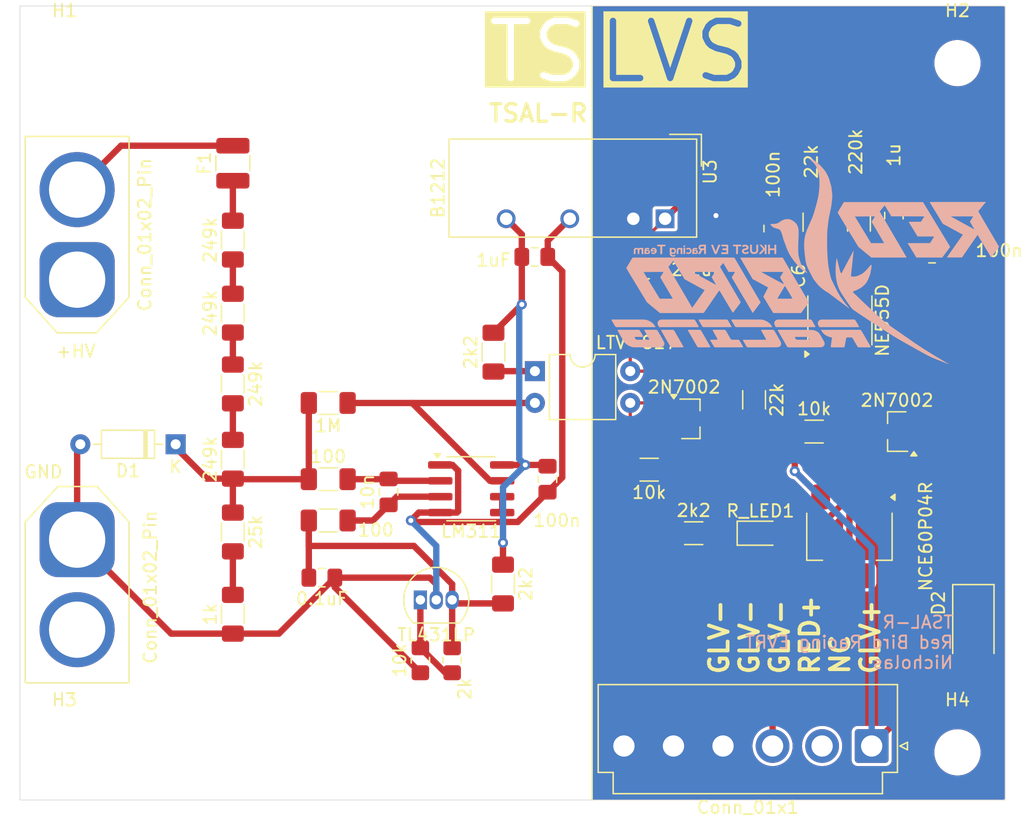
<source format=kicad_pcb>
(kicad_pcb (version 20240108) (generator "pcbnew") (generator_version "8.0")
  (layers (0 "F.Cu" signal) (31 "B.Cu" signal) (34 "B.Paste" user) (35 "F.Paste" user) (36 "B.SilkS" user "B.Silkscreen") (37 "F.SilkS" user "F.Silkscreen") (38 "B.Mask" user) (39 "F.Mask" user) (44 "Edge.Cuts" user))
  (net 0 "")
  (net 1 "GND")
  (net 2 "+12V")
  (net 3 "VCC")
  (net 4 "GLV-")
  (net 5 "/Vref")
  (net 6 "GLV+")
  (net 7 "/RED+")
  (net 9 "/Vin")
  (net 10 "Net-(J1-Pin_2)")
  (net 11 "Net-(F1-Pad1)")
  (net 12 "Net-(LM1--)")
  (net 13 "Net-(LM1-BAL)")
  (net 14 "Net-(LM1-+)")
  (net 15 "Net-(LM1-Pad7)")
  (net 16 "Net-(NE555D1-THR)")
  (net 17 "Net-(NE555D1-Q)")
  (net 18 "Net-(NE555D1-R)")
  (net 19 "Net-(NE555D1-DIS)")
  (net 20 "Net-(NE555D1-CV)")
  (net 21 "Net-(U1-REF)")
  (net 22 "Net-(R_LED1-K)")
  (net 23 "Net-(U4-G)")
  (net 24 "Net-(R5-Pad2)")
  (net 25 "Net-(U5-D)")
  (net 26 "Net-(R6-Pad1)")
  (net 27 "Net-(R8-Pad1)")
  (net 28 "Net-(R3-Pad2)")
  (net 29 "Net-(R13-Pad2)")
  (net 31 "unconnected-(J2-Pin_2-Pad2)")
  (footprint "Resistor_SMD:R_0805_2012Metric_Pad1.20x1.40mm_HandSolder" (layer "F.Cu") (at 110.744 92.964 -90)
    (property "Reference" "R1")
    (property "Value" "2k" (at 2.286 -1.016 90) (layer "F.SilkS"))
    (pad "1" smd roundrect (at -1 0 270) (size 1.2 1.4) (layers "F.Cu" "F.Paste" "F.Mask") (roundrect_rratio 0.208333) (net 5 "/Vref"))
    (pad "2" smd roundrect (at 1 0 270) (size 1.2 1.4) (layers "F.Cu" "F.Paste" "F.Mask") (roundrect_rratio 0.208333) (net 21 "Net-(U1-REF)"))
  )
  (footprint "Connector_AMASS:AMASS_XT60-M_1x02_P7.20mm_Vertical" (layer "F.Cu") (at 80.772 83.32 -90)
    (property "Reference" "J2")
    (property "Value" "Conn_01x02_Pin" (at 3.802 -5.842 90) (layer "F.SilkS"))
    (pad "1" thru_hole roundrect (at 0 0 270) (size 6 6) (drill 4.5) (layers "*.Cu" "*.Mask") (net 1 "GND"))
    (pad "2" thru_hole circle (at 7.2 0 270) (size 6 6) (drill 4.5) (layers "*.Cu" "*.Mask") (net 31 "unconnected-(J2-Pin_2-Pad2)"))
  )
  (footprint "Package_SO:SOIC-8_3.9x4.9mm_P1.27mm" (layer "F.Cu") (at 112.268 79.248)
    (property "Reference" "LM1")
    (property "Value" "LM311" (at 0 3.4 0) (layer "F.SilkS"))
    (pad "1" smd roundrect (at -2.475 -1.905) (size 1.95 0.6) (layers "F.Cu" "F.Paste" "F.Mask") (net 1 "GND"))
    (pad "2" smd roundrect (at -2.475 -0.635) (size 1.95 0.6) (layers "F.Cu" "F.Paste" "F.Mask") (net 14 "Net-(LM1-+)"))
    (pad "3" smd roundrect (at -2.475 0.635) (size 1.95 0.6) (layers "F.Cu" "F.Paste" "F.Mask") (net 12 "Net-(LM1--)"))
    (pad "4" smd roundrect (at -2.475 1.905) (size 1.95 0.6) (layers "F.Cu" "F.Paste" "F.Mask") (net 1 "GND"))
    (pad "5" smd roundrect (at 2.475 1.905) (size 1.95 0.6) (layers "F.Cu" "F.Paste" "F.Mask") (net 13 "Net-(LM1-BAL)"))
    (pad "6" smd roundrect (at 2.475 0.635) (size 1.95 0.6) (layers "F.Cu" "F.Paste" "F.Mask") (net 13 "Net-(LM1-BAL)"))
    (pad "7" smd roundrect (at 2.475 -0.635) (size 1.95 0.6) (layers "F.Cu" "F.Paste" "F.Mask") (net 15 "Net-(LM1-Pad7)"))
    (pad "8" smd roundrect (at 2.475 -1.905) (size 1.95 0.6) (layers "F.Cu" "F.Paste" "F.Mask") (net 2 "+12V"))
  )
  (footprint "Resistor_SMD:R_1206_3216Metric_Pad1.30x1.75mm_HandSolder" (layer "F.Cu") (at 143.256 57.912 90)
    (property "Reference" "R17")
    (property "Value" "220k" (at 5.6095 -0.254 90) (layer "F.SilkS"))
    (pad "1" smd roundrect (at -1.55 0 90) (size 1.3 1.75) (layers "F.Cu" "F.Paste" "F.Mask") (roundrect_rratio 0.192308) (net 16 "Net-(NE555D1-THR)"))
    (pad "2" smd roundrect (at 1.55 0 90) (size 1.3 1.75) (layers "F.Cu" "F.Paste" "F.Mask") (roundrect_rratio 0.192308) (net 19 "Net-(NE555D1-DIS)"))
  )
  (footprint "Capacitor_SMD:C_0805_2012Metric_Pad1.18x1.45mm_HandSolder" (layer "F.Cu") (at 136.398 58.4415 -90)
    (property "Reference" "C6" (at 3.7885 -2.032 90) (layer "F.SilkS"))
    (property "Value" "100n" (at -4.3395 0 -90) (layer "F.SilkS"))
    (pad "1" smd roundrect (at -1.0375 0 270) (size 1.175 1.45) (layers "F.Cu" "F.Paste" "F.Mask") (roundrect_rratio 0.212766) (net 4 "GLV-"))
    (pad "2" smd roundrect (at 1.0375 0 270) (size 1.175 1.45) (layers "F.Cu" "F.Paste" "F.Mask") (roundrect_rratio 0.212766) (net 3 "VCC"))
  )
  (footprint "Capacitor_SMD:C_0805_2012Metric_Pad1.18x1.45mm_HandSolder" (layer "F.Cu") (at 146.05 57.404 -90)
    (property "Reference" "C8")
    (property "Value" "1u" (at -4.8475 0 -90) (layer "F.SilkS"))
    (pad "1" smd roundrect (at -1.0375 0 270) (size 1.175 1.45) (layers "F.Cu" "F.Paste" "F.Mask") (roundrect_rratio 0.212766) (net 4 "GLV-"))
    (pad "2" smd roundrect (at 1.0375 0 270) (size 1.175 1.45) (layers "F.Cu" "F.Paste" "F.Mask") (roundrect_rratio 0.212766) (net 16 "Net-(NE555D1-THR)"))
  )
  (footprint "Resistor_SMD:R_1206_3216Metric_Pad1.30x1.75mm_HandSolder" (layer "F.Cu") (at 93.218 59.364 -90)
    (property "Reference" "R3")
    (property "Value" "249k" (at 0 1.82 90) (layer "F.SilkS"))
    (pad "1" smd roundrect (at -1.55 0 270) (size 1.3 1.75) (layers "F.Cu" "F.Paste" "F.Mask") (roundrect_rratio 0.192308) (net 11 "Net-(F1-Pad1)"))
    (pad "2" smd roundrect (at 1.55 0 270) (size 1.3 1.75) (layers "F.Cu" "F.Paste" "F.Mask") (roundrect_rratio 0.192308) (net 28 "Net-(R3-Pad2)"))
  )
  (footprint "Package_TO_SOT_THT:TO-92_Inline" (layer "F.Cu") (at 108.204 88.138)
    (property "Reference" "U1")
    (property "Value" "TL431LP" (at 1.27 2.79 0) (layer "F.SilkS"))
    (pad "1" thru_hole rect (at 0 0) (size 1.05 1.5) (drill 0.75) (layers "*.Cu" "*.Mask") (net 21 "Net-(U1-REF)"))
    (pad "2" thru_hole oval (at 1.27 0) (size 1.05 1.5) (drill 0.75) (layers "*.Cu" "*.Mask") (net 1 "GND"))
    (pad "3" thru_hole oval (at 2.54 0) (size 1.05 1.5) (drill 0.75) (layers "*.Cu" "*.Mask") (net 5 "/Vref"))
  )
  (footprint "Resistor_SMD:R_1206_3216Metric_Pad1.30x1.75mm_HandSolder" (layer "F.Cu") (at 114.808 86.868 90)
    (property "Reference" "R4")
    (property "Value" "2k2" (at 0 1.82 -90) (layer "F.SilkS"))
    (pad "1" smd roundrect (at -1.55 0 90) (size 1.3 1.75) (layers "F.Cu" "F.Paste" "F.Mask") (roundrect_rratio 0.192308) (net 5 "/Vref"))
    (pad "2" smd roundrect (at 1.55 0 90) (size 1.3 1.75) (layers "F.Cu" "F.Paste" "F.Mask") (roundrect_rratio 0.192308) (net 2 "+12V"))
  )
  (footprint "Resistor_SMD:R_1206_3216Metric_Pad1.30x1.75mm_HandSolder" (layer "F.Cu") (at 93.218 70.866 90)
    (property "Reference" "R6")
    (property "Value" "249k" (at 0 1.82 -90) (layer "F.SilkS"))
    (pad "1" smd roundrect (at -1.55 0 90) (size 1.3 1.75) (layers "F.Cu" "F.Paste" "F.Mask") (roundrect_rratio 0.192308) (net 26 "Net-(R6-Pad1)"))
    (pad "2" smd roundrect (at 1.55 0 90) (size 1.3 1.75) (layers "F.Cu" "F.Paste" "F.Mask") (roundrect_rratio 0.192308) (net 24 "Net-(R5-Pad2)"))
  )
  (footprint "Resistor_SMD:R_1206_3216Metric_Pad1.30x1.75mm_HandSolder" (layer "F.Cu") (at 126.492 77.724)
    (property "Reference" "R14")
    (property "Value" "10k" (at 0 1.82 0) (layer "F.SilkS"))
    (pad "1" smd roundrect (at -1.55 0) (size 1.3 1.75) (layers "F.Cu" "F.Paste" "F.Mask") (roundrect_rratio 0.192308) (net 23 "Net-(U4-G)"))
    (pad "2" smd roundrect (at 1.55 0) (size 1.3 1.75) (layers "F.Cu" "F.Paste" "F.Mask") (roundrect_rratio 0.192308) (net 4 "GLV-"))
  )
  (footprint "Resistor_SMD:R_1206_3216Metric_Pad1.30x1.75mm_HandSolder" (layer "F.Cu") (at 100.838 78.486 180)
    (property "Reference" "R10")
    (property "Value" "100" (at 0 1.82 180) (layer "F.SilkS"))
    (pad "1" smd roundrect (at -1.55 0 180) (size 1.3 1.75) (layers "F.Cu" "F.Paste" "F.Mask") (roundrect_rratio 0.192308) (net 14 "Net-(LM1-+)"))
    (pad "2" smd roundrect (at 1.55 0 180) (size 1.3 1.75) (layers "F.Cu" "F.Paste" "F.Mask") (roundrect_rratio 0.192308) (net 9 "/Vin"))
  )
  (footprint "Connector_AMASS:AMASS_XT60-M_1x02_P7.20mm_Vertical" (layer "F.Cu") (at 80.772 62.528 90)
    (property "Reference" "J1" (hide yes))
    (property "Value" "Conn_01x02_Pin" (at 3.6 5.4 -90) (layer "F.SilkS"))
    (pad "1" thru_hole roundrect (at 0 0 90) (size 6 6) (drill 4.5) (layers "*.Cu" "*.Mask"))
    (pad "2" thru_hole circle (at 7.2 0 90) (size 6 6) (drill 4.5) (layers "*.Cu" "*.Mask") (net 10 "Net-(J1-Pin_2)"))
  )
  (footprint "Connector_JST:JST_VH_B6P-VH_1x06_P3.96mm_Vertical" (layer "F.Cu") (at 144.272 99.822 180)
    (property "Reference" "Conn_01x1" (at 9.9 -4.9 180) (layer "F.SilkS"))
    (property "Value" "Conn_01x06")
    (pad "1" thru_hole roundrect (at 0 0 180) (size 2.7 2.7) (drill 1.7) (layers "*.Cu" "*.Mask") (roundrect_rratio 0.092593) (net 6 "GLV+"))
    (pad "2" thru_hole circle (at 3.96 0 180) (size 2.7 2.7) (drill 1.7) (layers "*.Cu" "*.Mask"))
    (pad "3" thru_hole circle (at 7.92 0 180) (size 2.7 2.7) (drill 1.7) (layers "*.Cu" "*.Mask") (net 7 "/RED+"))
    (pad "4" thru_hole circle (at 11.88 0 180) (size 2.7 2.7) (drill 1.7) (layers "*.Cu" "*.Mask") (net 4 "GLV-"))
    (pad "5" thru_hole circle (at 15.84 0 180) (size 2.7 2.7) (drill 1.7) (layers "*.Cu" "*.Mask") (net 4 "GLV-"))
    (pad "6" thru_hole circle (at 19.8 0 180) (size 2.7 2.7) (drill 1.7) (layers "*.Cu" "*.Mask") (net 4 "GLV-"))
  )
  (footprint "Resistor_SMD:R_1206_3216Metric_Pad1.30x1.75mm_HandSolder" (layer "F.Cu") (at 130.048 82.804 180)
    (property "Reference" "R19")
    (property "Value" "2k2" (at 0 1.82 180) (layer "F.SilkS"))
    (pad "1" smd roundrect (at -1.55 0 180) (size 1.3 1.75) (layers "F.Cu" "F.Paste" "F.Mask") (roundrect_rratio 0.192308) (net 22 "Net-(R_LED1-K)"))
    (pad "2" smd roundrect (at 1.55 0 180) (size 1.3 1.75) (layers "F.Cu" "F.Paste" "F.Mask") (roundrect_rratio 0.192308) (net 4 "GLV-"))
  )
  (footprint "Resistor_SMD:R_1206_3216Metric_Pad1.30x1.75mm_HandSolder" (layer "F.Cu") (at 93.218 82.706 90)
    (property "Reference" "R8")
    (property "Value" "25k" (at 0 1.82 -90) (layer "F.SilkS"))
    (pad "1" smd roundrect (at -1.55 0 90) (size 1.3 1.75) (layers "F.Cu" "F.Paste" "F.Mask") (roundrect_rratio 0.192308) (net 27 "Net-(R8-Pad1)"))
    (pad "2" smd roundrect (at 1.55 0 90) (size 1.3 1.75) (layers "F.Cu" "F.Paste" "F.Mask") (roundrect_rratio 0.192308) (net 9 "/Vin"))
  )
  (footprint "Resistor_SMD:R_1206_3216Metric_Pad1.30x1.75mm_HandSolder" (layer "F.Cu") (at 139.7 57.9335 -90)
    (property "Reference" "R16")
    (property "Value" "22k" (at -4.8475 0.254 -90) (layer "F.SilkS"))
    (pad "1" smd roundrect (at -1.55 0 270) (size 1.3 1.75) (layers "F.Cu" "F.Paste" "F.Mask") (roundrect_rratio 0.192308) (net 19 "Net-(NE555D1-DIS)"))
    (pad "2" smd roundrect (at 1.55 0 270) (size 1.3 1.75) (layers "F.Cu" "F.Paste" "F.Mask") (roundrect_rratio 0.192308) (net 3 "VCC"))
  )
  (footprint "Capacitor_SMD:C_0805_2012Metric_Pad1.18x1.45mm_HandSolder" (layer "F.Cu") (at 126.238 61.722 180)
    (property "Reference" "C5")
    (property "Value" "2.2uF" (at -4.064 0 180) (layer "F.SilkS"))
    (pad "1" smd roundrect (at -1.0375 0 180) (size 1.175 1.45) (layers "F.Cu" "F.Paste" "F.Mask") (roundrect_rratio 0.212766) (net 4 "GLV-"))
    (pad "2" smd roundrect (at 1.0375 0 180) (size 1.175 1.45) (layers "F.Cu" "F.Paste" "F.Mask") (roundrect_rratio 0.212766) (net 3 "VCC"))
  )
  (footprint "Resistor_SMD:R_1206_3216Metric_Pad1.30x1.75mm_HandSolder" (layer "F.Cu") (at 93.218 65.206 -90)
    (property "Reference" "R5")
    (property "Value" "249k" (at 0 1.82 90) (layer "F.SilkS"))
    (pad "1" smd roundrect (at -1.55 0 270) (size 1.3 1.75) (layers "F.Cu" "F.Paste" "F.Mask") (roundrect_rratio 0.192308) (net 28 "Net-(R3-Pad2)"))
    (pad "2" smd roundrect (at 1.55 0 270) (size 1.3 1.75) (layers "F.Cu" "F.Paste" "F.Mask") (roundrect_rratio 0.192308) (net 24 "Net-(R5-Pad2)"))
  )
  (footprint "Package_TO_SOT_SMD:SOT-23_Handsoldering" (layer "F.Cu") (at 129.794 73.66)
    (property "Reference" "U4")
    (property "Value" "2N7002" (at -0.508 -2.54 0) (layer "F.SilkS"))
    (pad "1" smd roundrect (at -1.5 -0.95) (size 1.9 0.8) (layers "F.Cu" "F.Paste" "F.Mask") (net 23 "Net-(U4-G)"))
    (pad "2" smd roundrect (at -1.5 0.95) (size 1.9 0.8) (layers "F.Cu" "F.Paste" "F.Mask") (net 4 "GLV-"))
    (pad "3" smd roundrect (at 1.5 0) (size 1.9 0.8) (layers "F.Cu" "F.Paste" "F.Mask") (net 18 "Net-(NE555D1-R)"))
  )
  (footprint "MountingHole:MountingHole_3.2mm_M3" (layer "F.Cu") (at 151.13 45.212)
    (property "Reference" "H2" (at 0 -4.2 0) (layer "F.SilkS"))
    (property "Value" "MountingHole")
    (pad "" np_thru_hole circle (at 0 0) (size 3.2 3.2) (drill 3.2) (layers "*.Cu" "*.Mask"))
  )
  (footprint "Package_TO_SOT_SMD:SOT-23_Handsoldering" (layer "F.Cu") (at 146.304 74.676 180)
    (property "Reference" "U5")
    (property "Value" "2N7002" (at 0 2.5 180) (layer "F.SilkS"))
    (pad "1" smd roundrect (at -1.5 -0.95 180) (size 1.9 0.8) (layers "F.Cu" "F.Paste" "F.Mask") (net 17 "Net-(NE555D1-Q)"))
    (pad "2" smd roundrect (at -1.5 0.95 180) (size 1.9 0.8) (layers "F.Cu" "F.Paste" "F.Mask") (net 4 "GLV-"))
    (pad "3" smd roundrect (at 1.5 0 180) (size 1.9 0.8) (layers "F.Cu" "F.Paste" "F.Mask") (net 25 "Net-(U5-D)"))
  )
  (footprint "Resistor_SMD:R_1206_3216Metric_Pad1.30x1.75mm_HandSolder" (layer "F.Cu") (at 139.674 74.676 180)
    (property "Reference" "R18")
    (property "Value" "10k" (at 0 1.82 180) (layer "F.SilkS"))
    (pad "1" smd roundrect (at -1.55 0 180) (size 1.3 1.75) (layers "F.Cu" "F.Paste" "F.Mask") (roundrect_rratio 0.192308) (net 25 "Net-(U5-D)"))
    (pad "2" smd roundrect (at 1.55 0 180) (size 1.3 1.75) (layers "F.Cu" "F.Paste" "F.Mask") (roundrect_rratio 0.192308) (net 6 "GLV+"))
  )
  (footprint "Fuse:Fuse_1210_3225Metric" (layer "F.Cu") (at 93.218 53.216 90)
    (property "Reference" "F1" (at 0 -2.28 -90) (layer "F.SilkS"))
    (property "Value" "Fuse" (hide yes))
    (pad "1" smd roundrect (at -1.4 0 90) (size 1.25 2.65) (layers "F.Cu" "F.Paste" "F.Mask") (roundrect_rratio 0.2) (net 11 "Net-(F1-Pad1)"))
    (pad "2" smd roundrect (at 1.4 0 90) (size 1.25 2.65) (layers "F.Cu" "F.Paste" "F.Mask") (roundrect_rratio 0.2) (net 10 "Net-(J1-Pin_2)"))
  )
  (footprint "Diode_THT:D_DO-35_SOD27_P7.62mm_Horizontal" (layer "F.Cu") (at 88.646 75.692 180)
    (property "Reference" "D1" (at 3.81 -2.12 180) (layer "F.SilkS"))
    (property "Value" "12V")
    (fp_text user "K" (at 0 -1.8 180) (layer "F.SilkS"))
    (pad "1" thru_hole rect (at 0 0 180) (size 1.6 1.6) (drill 0.8) (layers "*.Cu" "*.Mask") (net 9 "/Vin"))
    (pad "2" thru_hole oval (at 7.62 0 180) (size 1.6 1.6) (drill 0.8) (layers "*.Cu" "*.Mask") (net 1 "GND"))
  )
  (footprint "Resistor_SMD:R_1206_3216Metric_Pad1.30x1.75mm_HandSolder" (layer "F.Cu") (at 93.218 76.89 -90)
    (property "Reference" "R7")
    (property "Value" "249k" (at 0 1.82 90) (layer "F.SilkS"))
    (pad "1" smd roundrect (at -1.55 0 270) (size 1.3 1.75) (layers "F.Cu" "F.Paste" "F.Mask") (roundrect_rratio 0.192308) (net 26 "Net-(R6-Pad1)"))
    (pad "2" smd roundrect (at 1.55 0 270) (size 1.3 1.75) (layers "F.Cu" "F.Paste" "F.Mask") (roundrect_rratio 0.192308) (net 9 "/Vin"))
  )
  (footprint "Package_TO_SOT_SMD:SOT-223-3_TabPin2" (layer "F.Cu") (at 142.494 83.058 -90)
    (property "Reference" "U6")
    (property "Value" "NCE60P04R" (at 0 -6.096 90) (layer "F.SilkS"))
    (pad "1" smd roundrect (at -3.15 -2.3 270) (size 2 1.5) (layers "F.Cu" "F.Paste" "F.Mask") (net 25 "Net-(U5-D)"))
    (pad "2" smd roundrect (at -3.15 0 270) (size 2 1.5) (layers "F.Cu" "F.Paste" "F.Mask") (net 7 "/RED+"))
    (pad "2" smd roundrect (at 3.15 0 270) (size 2 3.8) (layers "F.Cu" "F.Paste" "F.Mask") (net 7 "/RED+"))
    (pad "3" smd roundrect (at -3.15 2.3 270) (size 2 1.5) (layers "F.Cu" "F.Paste" "F.Mask") (net 6 "GLV+"))
  )
  (footprint "Resistor_SMD:R_1206_3216Metric_Pad1.30x1.75mm_HandSolder" (layer "F.Cu") (at 114.046 68.326 -90)
    (property "Reference" "R13")
    (property "Value" "2k2" (at 0 1.82 90) (layer "F.SilkS"))
    (pad "1" smd roundrect (at -1.55 0 270) (size 1.3 1.75) (layers "F.Cu" "F.Paste" "F.Mask") (roundrect_rratio 0.192308) (net 2 "+12V"))
    (pad "2" smd roundrect (at 1.55 0 270) (size 1.3 1.75) (layers "F.Cu" "F.Paste" "F.Mask") (roundrect_rratio 0.192308) (net 29 "Net-(R13-Pad2)"))
  )
  (footprint "Capacitor_SMD:C_0805_2012Metric_Pad1.18x1.45mm_HandSolder" (layer "F.Cu") (at 118.364 78.486 -90)
    (property "Reference" "C3")
    (property "Value" "100n" (at 3.302 -0.762 180) (layer "F.SilkS"))
    (pad "1" smd roundrect (at -1.0375 0 270) (size 1.175 1.45) (layers "F.Cu" "F.Paste" "F.Mask") (roundrect_rratio 0.212766) (net 2 "+12V"))
    (pad "2" smd roundrect (at 1.0375 0 270) (size 1.175 1.45) (layers "F.Cu" "F.Paste" "F.Mask") (roundrect_rratio 0.212766) (net 1 "GND"))
  )
  (footprint "Capacitor_SMD:C_0805_2012Metric_Pad1.18x1.45mm_HandSolder" (layer "F.Cu") (at 149.098 60.452 180)
    (property "Reference" "C7")
    (property "Value" "100n" (at -5.3555 0.254 180) (layer "F.SilkS"))
    (pad "1" smd roundrect (at -1.0375 0 180) (size 1.175 1.45) (layers "F.Cu" "F.Paste" "F.Mask") (roundrect_rratio 0.212766) (net 4 "GLV-"))
    (pad "2" smd roundrect (at 1.0375 0 180) (size 1.175 1.45) (layers "F.Cu" "F.Paste" "F.Mask") (roundrect_rratio 0.212766) (net 20 "Net-(NE555D1-CV)"))
  )
  (footprint "MountingHole:MountingHole_3.2mm_M3" (layer "F.Cu") (at 79.756 100.33)
    (property "Reference" "H3" (at 0 -4.2 0) (layer "F.SilkS"))
    (property "Value" "MountingHole")
    (pad "" np_thru_hole circle (at 0 0) (size 3.2 3.2) (drill 3.2) (layers "*.Cu" "*.Mask"))
  )
  (footprint "Resistor_SMD:R_0805_2012Metric_Pad1.20x1.40mm_HandSolder" (layer "F.Cu") (at 108.204 92.964 -90)
    (property "Reference" "R2")
    (property "Value" "10k" (at 0 1.65 90) (layer "F.SilkS"))
    (pad "1" smd roundrect (at -1 0 270) (size 1.2 1.4) (layers "F.Cu" "F.Paste" "F.Mask") (roundrect_rratio 0.208333) (net 21 "Net-(U1-REF)"))
    (pad "2" smd roundrect (at 1 0 270) (size 1.2 1.4) (layers "F.Cu" "F.Paste" "F.Mask") (roundrect_rratio 0.208333) (net 1 "GND"))
  )
  (footprint "MountingHole:MountingHole_3.2mm_M3" (layer "F.Cu") (at 151.13 100.33)
    (property "Reference" "H4" (at 0 -4.2 0) (layer "F.SilkS"))
    (property "Value" "MountingHole")
    (pad "" np_thru_hole circle (at 0 0) (size 3.2 3.2) (drill 3.2) (layers "*.Cu" "*.Mask"))
  )
  (footprint "Capacitor_SMD:C_0805_2012Metric_Pad1.18x1.45mm_HandSolder" (layer "F.Cu") (at 117.348 60.706 180)
    (property "Reference" "C4")
    (property "Value" "1uF" (at 3.302 -0.254 180) (layer "F.SilkS"))
    (pad "1" smd roundrect (at -1.0375 0 180) (size 1.175 1.45) (layers "F.Cu" "F.Paste" "F.Mask") (roundrect_rratio 0.212766) (net 1 "GND"))
    (pad "2" smd roundrect (at 1.0375 0 180) (size 1.175 1.45) (layers "F.Cu" "F.Paste" "F.Mask") (roundrect_rratio 0.212766) (net 2 "+12V"))
  )
  (footprint "Package_SO:SOIC-8_3.9x4.9mm_P1.27mm" (layer "F.Cu") (at 141.732 65.786 90)
    (property "Reference" "NE555D1")
    (property "Value" "NE555D" (at 0 3.4 -90) (layer "F.SilkS"))
    (pad "1" smd roundrect (at -2.475 -1.905 90) (size 1.95 0.6) (layers "F.Cu" "F.Paste" "F.Mask") (net 4 "GLV-"))
    (pad "2" smd roundrect (at -2.475 -0.635 90) (size 1.95 0.6) (layers "F.Cu" "F.Paste" "F.Mask") (net 16 "Net-(NE555D1-THR)"))
    (pad "3" smd roundrect (at -2.475 0.635 90) (size 1.95 0.6) (layers "F.Cu" "F.Paste" "F.Mask") (net 17 "Net-(NE555D1-Q)"))
    (pad "4" smd roundrect (at -2.475 1.905 90) (size 1.95 0.6) (layers "F.Cu" "F.Paste" "F.Mask") (net 18 "Net-(NE555D1-R)"))
    (pad "5" smd roundrect (at 2.475 1.905 90) (size 1.95 0.6) (layers "F.Cu" "F.Paste" "F.Mask") (net 20 "Net-(NE555D1-CV)"))
    (pad "6" smd roundrect (at 2.475 0.635 90) (size 1.95 0.6) (layers "F.Cu" "F.Paste" "F.Mask") (net 16 "Net-(NE555D1-THR)"))
    (pad "7" smd roundrect (at 2.475 -0.635 90) (size 1.95 0.6) (layers "F.Cu" "F.Paste" "F.Mask") (net 19 "Net-(NE555D1-DIS)"))
    (pad "8" smd roundrect (at 2.475 -1.905 90) (size 1.95 0.6) (layers "F.Cu" "F.Paste" "F.Mask") (net 3 "VCC"))
  )
  (footprint "Resistor_SMD:R_1206_3216Metric_Pad1.30x1.75mm_HandSolder" (layer "F.Cu") (at 93.218 89.284 -90)
    (property "Reference" "R9")
    (property "Value" "1k" (at 0 1.82 90) (layer "F.SilkS"))
    (pad "1" smd roundrect (at -1.55 0 270) (size 1.3 1.75) (layers "F.Cu" "F.Paste" "F.Mask") (roundrect_rratio 0.192308) (net 27 "Net-(R8-Pad1)"))
    (pad "2" smd roundrect (at 1.55 0 270) (size 1.3 1.75) (layers "F.Cu" "F.Paste" "F.Mask") (roundrect_rratio 0.192308) (net 1 "GND"))
  )
  (footprint "MountingHole:MountingHole_3.2mm_M3" (layer "F.Cu") (at 79.756 45.212)
    (property "Reference" "H1" (at 0 -4.2 0) (layer "F.SilkS"))
    (property "Value" "MountingHole")
    (pad "" np_thru_hole circle (at 0 0) (size 3.2 3.2) (drill 3.2) (layers "*.Cu" "*.Mask"))
  )
  (footprint "Resistor_SMD:R_1206_3216Metric_Pad1.30x1.75mm_HandSolder" (layer "F.Cu") (at 100.838 81.788 180)
    (property "Reference" "R11")
    (property "Value" "100" (at -3.81 -0.762 180) (layer "F.SilkS"))
    (pad "1" smd roundrect (at -1.55 0 180) (size 1.3 1.75) (layers "F.Cu" "F.Paste" "F.Mask") (roundrect_rratio 0.192308) (net 12 "Net-(LM1--)"))
    (pad "2" smd roundrect (at 1.55 0 180) (size 1.3 1.75) (layers "F.Cu" "F.Paste" "F.Mask") (roundrect_rratio 0.192308) (net 5 "/Vref"))
  )
  (footprint "Converter_DCDC:Converter_DCDC_TRACO_TBA2-xxxx_Single_THT" (layer "F.Cu") (at 127.762 57.658 -90)
    (property "Reference" "U3" (at -3.75 -3.6 90) (layer "F.SilkS"))
    (property "Value" "B1212" (at -2.45 18.15 90) (layer "F.SilkS"))
    (pad "1" thru_hole rect (at 0 0 270) (size 1.5 1.5) (drill 1) (layers "*.Cu" "*.Mask") (net 3 "VCC"))
    (pad "2" thru_hole circle (at 0 2.54 270) (size 1.5 1.5) (drill 1) (layers "*.Cu" "*.Mask") (net 4 "GLV-"))
    (pad "4" thru_hole circle (at 0 7.62 270) (size 1.5 1.5) (drill 1) (layers "*.Cu" "*.Mask") (net 1 "GND"))
    (pad "6" thru_hole circle (at 0 12.7 270) (size 1.5 1.5) (drill 1) (layers "*.Cu" "*.Mask") (net 2 "+12V"))
  )
  (footprint "Resistor_SMD:R_1206_3216Metric_Pad1.30x1.75mm_HandSolder" (layer "F.Cu") (at 134.874 72.136 90)
    (property "Reference" "R15")
    (property "Value" "22k" (at 0 1.82 -90) (layer "F.SilkS"))
    (pad "1" smd roundrect (at -1.55 0 90) (size 1.3 1.75) (layers "F.Cu" "F.Paste" "F.Mask") (roundrect_rratio 0.192308) (net 18 "Net-(NE555D1-R)"))
    (pad "2" smd roundrect (at 1.55 0 90) (size 1.3 1.75) (layers "F.Cu" "F.Paste" "F.Mask") (roundrect_rratio 0.192308) (net 3 "VCC"))
  )
  (footprint "LED_SMD:LED_0805_2012Metric_Pad1.15x1.40mm_HandSolder" (layer "F.Cu") (at 135.382 82.804)
    (property "Reference" "R_LED1" (at 0 -1.778 0) (layer "F.SilkS"))
    (property "Value" "VHI")
    (pad "1" smd roundrect (at -1.025 0) (size 1.15 1.4) (layers "F.Cu" "F.Paste" "F.Mask") (roundrect_rratio 0.217391) (net 22 "Net-(R_LED1-K)"))
    (pad "2" smd roundrect (at 1.025 0) (size 1.15 1.4) (layers "F.Cu" "F.Paste" "F.Mask") (roundrect_rratio 0.217391) (net 7 "/RED+"))
  )
  (footprint "Diode_SMD:D_SMA" (layer "F.Cu") (at 152.4 90.424 -90)
    (property "Reference" "D2" (at -2.032 2.794 90) (layer "F.SilkS"))
    (property "Value" "D")
    (pad "1" smd roundrect (at -2 0 270) (size 2.5 1.8) (layers "F.Cu" "F.Paste" "F.Mask") (roundrect_rratio 0.1388888889) (net 3 "VCC"))
    (pad "2" smd roundrect (at 2 0 270) (size 2.5 1.8) (layers "F.Cu" "F.Paste" "F.Mask") (roundrect_rratio 0.1388888889) (net 6 "GLV+"))
  )
  (footprint "Package_DIP:DIP-4_W7.62mm" (layer "F.Cu") (at 117.358 69.845)
    (property "Reference" "U2")
    (property "Value" "LTV-817" (at 8.118 -2.281 0) (layer "F.SilkS"))
    (pad "1" thru_hole rect (at 0 0) (size 1.6 1.6) (drill 0.8) (layers "*.Cu" "*.Mask") (net 29 "Net-(R13-Pad2)"))
    (pad "2" thru_hole oval (at 0 2.54) (size 1.6 1.6) (drill 0.8) (layers "*.Cu" "*.Mask") (net 15 "Net-(LM1-Pad7)"))
    (pad "3" thru_hole oval (at 7.62 2.54) (size 1.6 1.6) (drill 0.8) (layers "*.Cu" "*.Mask") (net 23 "Net-(U4-G)"))
    (pad "4" thru_hole oval (at 7.62 0) (size 1.6 1.6) (drill 0.8) (layers "*.Cu" "*.Mask") (net 3 "VCC"))
  )
  (footprint "Capacitor_SMD:C_0805_2012Metric_Pad1.18x1.45mm_HandSolder" (layer "F.Cu") (at 100.33 86.36)
    (property "Reference" "C1")
    (property "Value" "0.1uF" (at 0 1.68 0) (layer "F.SilkS"))
    (pad "1" smd roundrect (at -1.0375 0) (size 1.175 1.45) (layers "F.Cu" "F.Paste" "F.Mask") (roundrect_rratio 0.212766) (net 5 "/Vref"))
    (pad "2" smd roundrect (at 1.0375 0) (size 1.175 1.45) (layers "F.Cu" "F.Paste" "F.Mask") (roundrect_rratio 0.212766) (net 1 "GND"))
  )
  (footprint "Resistor_SMD:R_1206_3216Metric_Pad1.30x1.75mm_HandSolder" (layer "F.Cu") (at 100.838 72.39)
    (property "Reference" "R12")
    (property "Value" "1M" (at 0 1.82 0) (layer "F.SilkS"))
    (pad "1" smd roundrect (at -1.55 0) (size 1.3 1.75) (layers "F.Cu" "F.Paste" "F.Mask") (roundrect_rratio 0.192308) (net 9 "/Vin"))
    (pad "2" smd roundrect (at 1.55 0) (size 1.3 1.75) (layers "F.Cu" "F.Paste" "F.Mask") (roundrect_rratio 0.192308) (net 15 "Net-(LM1-Pad7)"))
  )
  (footprint "Capacitor_SMD:C_0805_2012Metric_Pad1.18x1.45mm_HandSolder" (layer "F.Cu") (at 105.664 79.502 -90)
    (property "Reference" "C2")
    (property "Value" "10n" (at 0 1.68 90) (layer "F.SilkS"))
    (pad "1" smd roundrect (at -1.0375 0 270) (size 1.175 1.45) (layers "F.Cu" "F.Paste" "F.Mask") (roundrect_rratio 0.212766) (net 14 "Net-(LM1-+)"))
    (pad "2" smd roundrect (at 1.0375 0 270) (size 1.175 1.45) (layers "F.Cu" "F.Paste" "F.Mask") (roundrect_rratio 0.212766) (net 12 "Net-(LM1--)"))
  )
  (footprint "RBR_logo:RBR_logo" (layer "B.Cu") (at 138.684 60.96 180)
    (property "Reference" "G***" (hide yes))
    (property "Value" "LOGO" (hide yes))
  )
  (gr_line (start 121.92 104.14) (end 121.92 40.64) (stroke (width 0.12)) (layer "F.SilkS"))
  (gr_rect (start 76.2 40.64) (end 154.94 104.14) (stroke (width 0.05)) (fill none) (layer "Edge.Cuts"))
  (gr_text "TSAL-R\nRed Bird Racing EVRT\nNicholas" (at 150.876 93.726 -0) (layer "B.SilkS") (effects (font (size 1 1)) (justify left bottom mirror)))
  (gr_text "+HV\n" (at 78.994 68.834 0) (layer "F.SilkS") (effects (font (size 1 1)) (justify left bottom)))
  (gr_text "TSAL-R" (at 113.538 50.038 0) (layer "F.SilkS") (effects (font (size 1.397 1.397) (thickness 0.254) (bold yes)) (justify left bottom)))
  (gr_text "LVS" (at 122.174 46.99 0) (layer "F.SilkS" knockout) (effects (font (size 4.572 4.572) (thickness 0.508) (bold yes)) (justify left bottom)))
  (gr_text "GLV-\nGLV-\nGLV-\nRED+\nNC\nGLV+" (at 145.034 94.234 90) (layer "F.SilkS") (effects (font (size 1.5 1.5) (thickness 0.3) (bold yes)) (justify left bottom)))
  (gr_text "GND\n" (at 76.454 78.486 0) (layer "F.SilkS") (effects (font (size 1 1)) (justify left bottom)))
  (gr_text "TS" (at 117.602 46.99 0) (layer "F.SilkS" knockout) (effects (font (size 4.572 4.572) (thickness 0.508) (bold yes)) (justify bottom)))
  (segment (start 119.543 78.3445) (end 119.543 61.8635) (width 0.508) (layer "F.Cu") (net 1))
  (segment (start 88.286 90.834) (end 80.772 83.32) (width 0.508) (layer "F.Cu") (net 1))
  (segment (start 115.9805 81.907) (end 107.561 81.907) (width 0.508) (layer "F.Cu") (net 1))
  (segment (start 119.543 61.8635) (end 118.3855 60.706) (width 0.508) (layer "F.Cu") (net 1))
  (segment (start 108.954 86.36) (end 101.3675 86.36) (width 0.508) (layer "F.Cu") (net 1))
  (segment (start 101.3675 87.1275) (end 101.3675 86.36) (width 0.508) (layer "F.Cu") (net 1))
  (segment (start 80.772 83.32) (end 80.772 76.2) (width 0.508) (layer "F.Cu") (net 1))
  (segment (start 96.8935 90.834) (end 101.3675 86.36) (width 0.508) (layer "F.Cu") (net 1))
  (segment (start 109.793 77.343) (end 110.767999 77.343) (width 0.508) (layer "F.Cu") (net 1))
  (segment (start 108.204 93.964) (end 101.3675 87.1275) (width 0.508) (layer "F.Cu") (net 1))
  (segment (start 108.077 81.153) (end 107.442 81.788) (width 0.508) (layer "F.Cu") (net 1))
  (segment (start 118.364 79.5235) (end 115.9805 81.907) (width 0.508) (layer "F.Cu") (net 1))
  (segment (start 111.222 77.797001) (end 111.222 81.056) (width 0.508) (layer "F.Cu") (net 1))
  (segment (start 109.474 88.138) (end 109.474 86.88) (width 0.508) (layer "F.Cu") (net 1))
  (segment (start 109.474 86.88) (end 108.954 86.36) (width 0.508) (layer "F.Cu") (net 1))
  (segment (start 111.125 81.153) (end 109.793 81.153) (width 0.508) (layer "F.Cu") (net 1))
  (segment (start 109.793 81.153) (end 108.077 81.153) (width 0.508) (layer "F.Cu") (net 1))
  (segment (start 107.561 81.907) (end 107.442 81.788) (width 0.508) (layer "F.Cu") (net 1))
  (segment (start 93.218 90.834) (end 88.286 90.834) (width 0.508) (layer "F.Cu") (net 1))
  (segment (start 118.3855 59.4145) (end 120.142 57.658) (width 0.508) (layer "F.Cu") (net 1))
  (segment (start 93.218 90.834) (end 96.8935 90.834) (width 0.508) (layer "F.Cu") (net 1))
  (segment (start 111.222 81.056) (end 111.125 81.153) (width 0.508) (layer "F.Cu") (net 1))
  (segment (start 110.767999 77.343) (end 111.222 77.797001) (width 0.508) (layer "F.Cu") (net 1))
  (segment (start 118.3855 60.706) (end 118.3855 59.4145) (width 0.508) (layer "F.Cu") (net 1))
  (segment (start 80.772 76.2) (end 81.026 75.946) (width 0.508) (layer "F.Cu") (net 1))
  (segment (start 118.364 79.5235) (end 119.543 78.3445) (width 0.508) (layer "F.Cu") (net 1))
  (via (at 107.442 81.788) (size 0.8) (drill 0.4) (layers "F.Cu" "B.Cu") (net 1))
  (segment (start 109.474 83.82) (end 109.474 88.138) (width 0.508) (layer "B.Cu") (net 1))
  (segment (start 107.442 81.788) (end 109.474 83.82) (width 0.508) (layer "B.Cu") (net 1))
  (segment (start 118.2585 77.343) (end 118.364 77.4485) (width 0.508) (layer "F.Cu") (net 2))
  (segment (start 116.3105 60.706) (end 116.3105 58.9065) (width 0.508) (layer "F.Cu") (net 2))
  (segment (start 114.808 85.318) (end 114.808 83.566) (width 0.508) (layer "F.Cu") (net 2))
  (segment (start 116.3105 64.5115) (end 114.046 66.776) (width 0.508) (layer "F.Cu") (net 2))
  (segment (start 116.586 77.343) (end 118.2585 77.343) (width 0.508) (layer "F.Cu") (net 2))
  (segment (start 116.3105 58.9065) (end 115.062 57.658) (width 0.508) (layer "F.Cu") (net 2))
  (segment (start 116.3105 60.706) (end 116.3105 64.5115) (width 0.508) (layer "F.Cu") (net 2))
  (segment (start 114.743 77.343) (end 116.586 77.343) (width 0.508) (layer "F.Cu") (net 2))
  (via (at 116.586 77.343) (size 0.8) (drill 0.4) (layers "F.Cu" "B.Cu") (net 2))
  (via (at 116.3105 64.5115) (size 0.8) (drill 0.4) (layers "F.Cu" "B.Cu") (net 2))
  (via (at 114.808 83.566) (size 0.8) (drill 0.4) (layers "F.Cu" "B.Cu") (net 2))
  (segment (start 114.808 83.566) (end 114.808 79.121) (width 0.508) (layer "B.Cu") (net 2))
  (segment (start 114.808 79.121) (end 116.586 77.343) (width 0.508) (layer "B.Cu") (net 2))
  (segment (start 116.104 76.861) (end 116.104 64.718) (width 0.508) (layer "B.Cu") (net 2))
  (segment (start 116.104 64.718) (end 116.3105 64.5115) (width 0.508) (layer "B.Cu") (net 2))
  (segment (start 116.586 77.343) (end 116.104 76.861) (width 0.508) (layer "B.Cu") (net 2))
  (segment (start 127.4435 59.479) (end 136.398 59.479) (width 0.254) (layer "F.Cu") (net 3))
  (segment (start 139.1875 59.479) (end 139.192 59.4835) (width 0.254) (layer "F.Cu") (net 3))
  (segment (start 152.4 88.424) (end 152.4 58.674) (width 0.508) (layer "F.Cu") (net 3))
  (segment (start 136.4025 59.4835) (end 136.398 59.479) (width 0.254) (layer "F.Cu") (net 3))
  (segment (start 124.978 69.845) (end 134.133 69.845) (width 0.254) (layer "F.Cu") (net 3))
  (segment (start 125.2005 61.722) (end 127.4435 59.479) (width 0.254) (layer "F.Cu") (net 3))
  (segment (start 152.4 58.674) (end 147.828 54.102) (width 0.508) (layer "F.Cu") (net 3))
  (segment (start 125.2005 61.722) (end 125.2005 60.2195) (width 0.254) (layer "F.Cu") (net 3))
  (segment (start 147.828 54.102) (end 131.318 54.102) (width 0.508) (layer "F.Cu") (net 3))
  (segment (start 131.318 54.102) (end 127.762 57.658) (width 0.508) (layer "F.Cu") (net 3))
  (segment (start 136.398 59.479) (end 139.1875 59.479) (width 0.254) (layer "F.Cu") (net 3))
  (segment (start 125.2005 61.722) (end 125.2005 62.2085) (width 0.254) (layer "F.Cu") (net 3))
  (segment (start 125.1095 61.631) (end 125.2005 61.722) (width 0.254) (layer "F.Cu") (net 3))
  (segment (start 134.133 69.845) (end 134.874 70.586) (width 0.254) (layer "F.Cu") (net 3))
  (segment (start 125.2005 60.2195) (end 127.762 57.658) (width 0.254) (layer "F.Cu") (net 3))
  (segment (start 139.827 60.1185) (end 139.192 59.4835) (width 0.254) (layer "F.Cu") (net 3))
  (segment (start 125.2005 62.2085) (end 124.978 62.431) (width 0.254) (layer "F.Cu") (net 3))
  (segment (start 124.978 62.431) (end 124.978 69.845) (width 0.254) (layer "F.Cu") (net 3))
  (segment (start 139.827 63.311) (end 139.827 60.1185) (width 0.254) (layer "F.Cu") (net 3))
  (segment (start 124.472 99.822) (end 128.432 99.822) (width 0.508) (layer "F.Cu") (net 4))
  (segment (start 128.432 99.822) (end 132.392 99.822) (width 0.508) (layer "F.Cu") (net 4))
  (via (at 131.826 57.404) (size 0.8) (drill 0.4) (layers "F.Cu" "B.Cu") (net 4))
  (segment (start 110.744 88.138) (end 110.744 86.88) (width 0.508) (layer "F.Cu") (net 5))
  (segment (start 111.024 88.418) (end 110.744 88.138) (width 0.508) (layer "F.Cu") (net 5))
  (segment (start 99.288 81.788) (end 99.288 83.82) (width 0.508) (layer "F.Cu") (net 5))
  (segment (start 110.744 86.88) (end 107.684 83.82) (width 0.508) (layer "F.Cu") (net 5))
  (segment (start 107.684 83.82) (end 99.288 83.82) (width 0.508) (layer "F.Cu") (net 5))
  (segment (start 99.288 81.788) (end 99.288 86.3555) (width 0.508) (layer "F.Cu") (net 5))
  (segment (start 114.808 88.418) (end 111.024 88.418) (width 0.508) (layer "F.Cu") (net 5))
  (segment (start 110.744 91.964) (end 110.744 88.138) (width 0.508) (layer "F.Cu") (net 5))
  (segment (start 99.288 86.3555) (end 99.2925 86.36) (width 0.508) (layer "F.Cu") (net 5))
  (segment (start 152.4 92.424) (end 151.67 92.424) (width 0.508) (layer "F.Cu") (net 6))
  (segment (start 151.67 92.424) (end 144.272 99.822) (width 0.508) (layer "F.Cu") (net 6))
  (segment (start 138.124 74.676) (end 138.124 77.838) (width 0.508) (layer "F.Cu") (net 6))
  (segment (start 138.124 77.838) (end 140.194 79.908) (width 0.508) (layer "F.Cu") (net 6))
  (via (at 138.124 77.838) (size 0.8) (drill 0.4) (layers "F.Cu" "B.Cu") (net 6))
  (segment (start 138.124 77.838) (end 144.272 83.986) (width 0.508) (layer "B.Cu") (net 6))
  (segment (start 144.272 83.986) (end 144.272 99.822) (width 0.508) (layer "B.Cu") (net 6))
  (segment (start 139.598 82.804) (end 136.352 86.05) (width 0.508) (layer "F.Cu") (net 7))
  (segment (start 136.407 82.804) (end 139.598 82.804) (width 0.508) (layer "F.Cu") (net 7))
  (segment (start 142.494 86.208) (end 142.494 79.908) (width 0.508) (layer "F.Cu") (net 7))
  (segment (start 136.352 86.05) (end 136.352 99.822) (width 0.508) (layer "F.Cu") (net 7))
  (segment (start 139.598 82.804) (end 142.494 79.908) (width 0.508) (layer "F.Cu") (net 7))
  (segment (start 99.288 78.486) (end 99.288 72.39) (width 0.508) (layer "F.Cu") (net 9))
  (segment (start 93.218 78.44) (end 91.14 78.44) (width 0.508) (layer "F.Cu") (net 9))
  (segment (start 93.218 78.44) (end 93.218 81.156) (width 0.508) (layer "F.Cu") (net 9))
  (segment (start 93.218 78.44) (end 93.518 78.44) (width 0.508) (layer "F.Cu") (net 9))
  (segment (start 91.14 78.44) (end 88.646 75.946) (width 0.508) (layer "F.Cu") (net 9))
  (segment (start 93.518 78.44) (end 93.564 78.486) (width 0.508) (layer "F.Cu") (net 9))
  (segment (start 93.564 78.486) (end 99.288 78.486) (width 0.508) (layer "F.Cu") (net 9))
  (segment (start 93.218 51.816) (end 84.284 51.816) (width 0.508) (layer "F.Cu") (net 10))
  (segment (start 84.284 51.816) (end 80.772 55.328) (width 0.508) (layer "F.Cu") (net 10))
  (segment (start 93.218 54.616) (end 93.218 57.814) (width 0.508) (layer "F.Cu") (net 11))
  (segment (start 102.388 81.788) (end 104.4155 81.788) (width 0.508) (layer "F.Cu") (net 12))
  (segment (start 106.3205 79.883) (end 109.793 79.883) (width 0.508) (layer "F.Cu") (net 12))
  (segment (start 104.4155 81.788) (end 105.664 80.5395) (width 0.508) (layer "F.Cu") (net 12))
  (segment (start 105.664 80.5395) (end 106.3205 79.883) (width 0.508) (layer "F.Cu") (net 12))
  (segment (start 114.743 79.883) (end 114.743 81.153) (width 0.508) (layer "F.Cu") (net 13))
  (segment (start 102.388 78.486) (end 105.6425 78.486) (width 0.508) (layer "F.Cu") (net 14))
  (segment (start 105.8125 78.613) (end 105.664 78.4645) (width 0.508) (layer "F.Cu") (net 14))
  (segment (start 105.6425 78.486) (end 105.664 78.4645) (width 0.508) (layer "F.Cu") (net 14))
  (segment (start 109.793 78.613) (end 105.8125 78.613) (width 0.508) (layer "F.Cu") (net 14))
  (segment (start 113.768001 78.613) (end 107.545001 72.39) (width 0.508) (layer "F.Cu") (net 15))
  (segment (start 102.388 72.39) (end 107.442 72.39) (width 0.508) (layer "F.Cu") (net 15))
  (segment (start 107.442 72.39) (end 117.353 72.39) (width 0.508) (layer "F.Cu") (net 15))
  (segment (start 117.353 72.39) (end 117.358 72.385) (width 0.508) (layer "F.Cu") (net 15))
  (segment (start 107.545001 72.39) (end 107.442 72.39) (width 0.508) (layer "F.Cu") (net 15))
  (segment (start 114.743 78.613) (end 113.768001 78.613) (width 0.508) (layer "F.Cu") (net 15))
  (segment (start 143.256 59.462) (end 142.367 60.351) (width 0.25) (layer "F.Cu") (net 16))
  (segment (start 144.7585 58.4415) (end 146.05 58.4415) (width 0.25) (layer "F.Cu") (net 16))
  (segment (start 142.367 60.351) (end 142.367 63.311) (width 0.25) (layer "F.Cu") (net 16))
  (segment (start 142.367 65.151) (end 142.367 63.311) (width 0.254) (layer "F.Cu") (net 16))
  (segment (start 141.097 68.261) (end 141.097 66.421) (width 0.254) (layer "F.Cu") (net 16))
  (segment (start 143.738 59.462) (end 144.7585 58.4415) (width 0.25) (layer "F.Cu") (net 16))
  (segment (start 141.097 66.421) (end 142.367 65.151) (width 0.254) (layer "F.Cu") (net 16))
  (segment (start 143.256 59.462) (end 143.738 59.462) (width 0.25) (layer "F.Cu") (net 16))
  (segment (start 142.367 68.261) (end 142.367 70.189) (width 0.254) (layer "F.Cu") (net 17))
  (segment (start 142.367 70.189) (end 147.804 75.626) (width 0.254) (layer "F.Cu") (net 17))
  (segment (start 131.294 73.66) (end 134.848 73.66) (width 0.254) (layer "F.Cu") (net 18))
  (segment (start 142.015264 66.959) (end 141.724 67.250264) (width 0.254) (layer "F.Cu") (net 18))
  (segment (start 134.848 73.66) (end 134.874 73.686) (width 0.254) (layer "F.Cu") (net 18))
  (segment (start 141.724 67.250264) (end 141.724 69.287736) (width 0.254) (layer "F.Cu") (net 18))
  (segment (start 143.309999 66.959) (end 142.015264 66.959) (width 0.254) (layer "F.Cu") (net 18))
  (segment (start 138.113736 72.898) (end 135.662 72.898) (width 0.254) (layer "F.Cu") (net 18))
  (segment (start 141.724 69.287736) (end 138.113736 72.898) (width 0.254) (layer "F.Cu") (net 18))
  (segment (start 143.637 68.261) (end 143.637 67.286001) (width 0.254) (layer "F.Cu") (net 18))
  (segment (start 143.637 67.286001) (end 143.309999 66.959) (width 0.254) (layer "F.Cu") (net 18))
  (segment (start 135.662 72.898) (end 134.874 73.686) (width 0.254) (layer "F.Cu") (net 18))
  (segment (start 139.354 56.3835) (end 139.192 56.3835) (width 0.254) (layer "F.Cu") (net 19))
  (segment (start 141.8375 57.7805) (end 143.256 56.362) (width 0.25) (layer "F.Cu") (net 19))
  (segment (start 141.097 63.311) (end 141.097 57.7805) (width 0.25) (layer "F.Cu") (net 19))
  (segment (start 141.097 57.7805) (end 141.8375 57.7805) (width 0.25) (layer "F.Cu") (net 19))
  (segment (start 141.097 57.7805) (end 139.7 56.3835) (width 0.25) (layer "F.Cu") (net 19))
  (segment (start 143.637 63.311) (end 143.637 62.103) (width 0.25) (layer "F.Cu") (net 20))
  (segment (start 145.288 60.452) (end 148.0605 60.452) (width 0.25) (layer "F.Cu") (net 20))
  (segment (start 143.637 62.103) (end 145.288 60.452) (width 0.25) (layer "F.Cu") (net 20))
  (segment (start 110.204 93.964) (end 108.204 91.964) (width 0.508) (layer "F.Cu") (net 21))
  (segment (start 108.204 88.138) (end 108.204 91.964) (width 0.508) (layer "F.Cu") (net 21))
  (segment (start 110.744 93.964) (end 110.204 93.964) (width 0.508) (layer "F.Cu") (net 21))
  (segment (start 134.357 82.804) (end 131.598 82.804) (width 0.508) (layer "F.Cu") (net 22))
  (segment (start 124.978 72.385) (end 127.969 72.385) (width 0.254) (layer "F.Cu") (net 23))
  (segment (start 124.978 72.385) (end 124.978 77.688) (width 0.254) (layer "F.Cu") (net 23))
  (segment (start 127.969 72.385) (end 128.294 72.71) (width 0.254) (layer "F.Cu") (net 23))
  (segment (start 124.978 77.688) (end 124.942 77.724) (width 0.254) (layer "F.Cu") (net 23))
  (segment (start 93.218 66.756) (end 93.218 69.316) (width 0.508) (layer "F.Cu") (net 24))
  (segment (start 144.794 79.908) (end 144.794 74.686) (width 0.508) (layer "F.Cu") (net 25))
  (segment (start 141.224 74.676) (end 144.804 74.676) (width 0.508) (layer "F.Cu") (net 25))
  (segment (start 144.794 74.686) (end 144.804 74.676) (width 0.508) (layer "F.Cu") (net 25))
  (segment (start 93.218 72.416) (end 93.218 75.34) (width 0.508) (layer "F.Cu") (net 26))
  (segment (start 93.218 84.256) (end 93.218 87.734) (width 0.508) (layer "F.Cu") (net 27))
  (segment (start 93.218 60.914) (end 93.218 63.656) (width 0.508) (layer "F.Cu") (net 28))
  (segment (start 117.358 69.845) (end 114.077 69.845) (width 0.508) (layer "F.Cu") (net 29))
  (segment (start 114.077 69.845) (end 114.046 69.876) (width 0.508) (layer "F.Cu") (net 29))
  (segment (start 81.086 90.834) (end 80.772 90.52) (width 0.508) (layer "F.Cu") (net 31))
  (zone (net 4) (net_name "GLV-") (layers "F&B.Cu") (connect_pads yes (clearance 0.254)) (min_thickness 0.25) (fill yes (thermal_gap 0.5) (thermal_bridge_width 0.5))
    (polygon (pts (xy 121.92 40.64) (xy 154.94 40.64) (xy 154.94 104.14) (xy 121.92 104.14)))
  )
)
</source>
